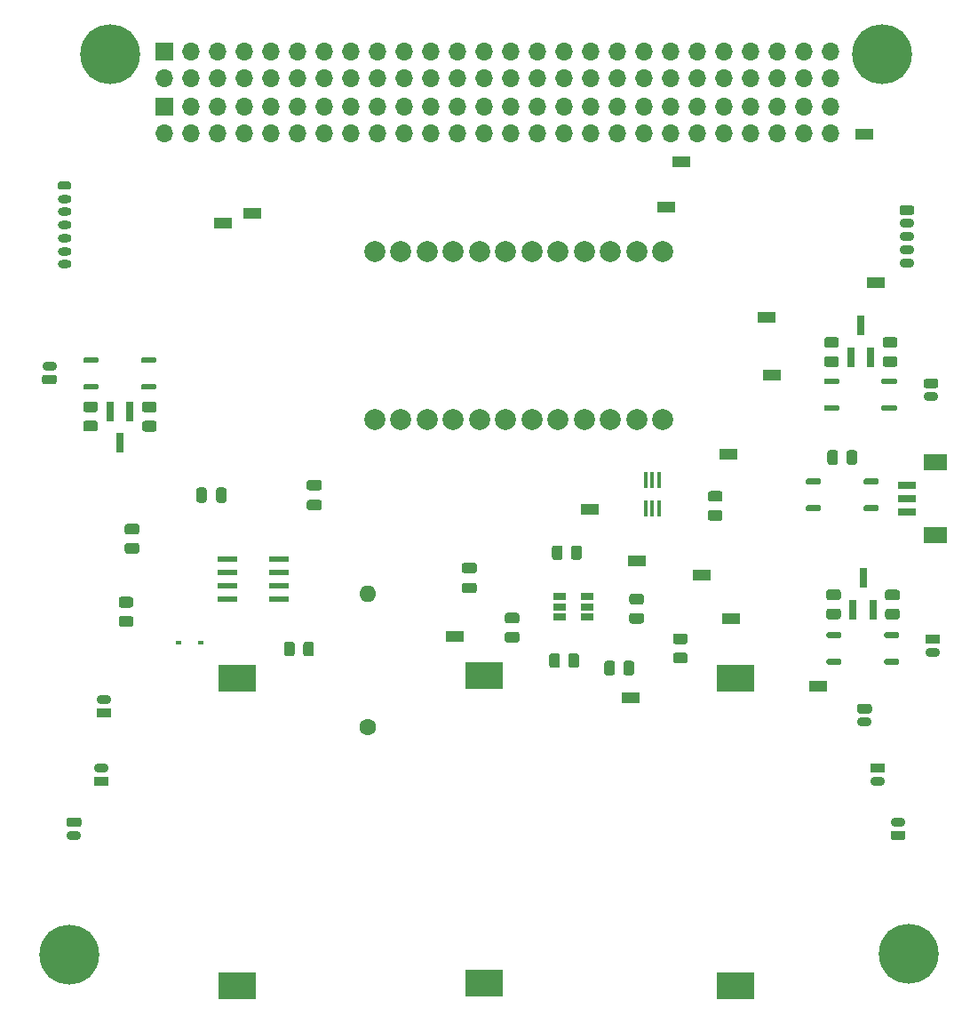
<source format=gbr>
%TF.GenerationSoftware,KiCad,Pcbnew,(5.1.12)-1*%
%TF.CreationDate,2022-07-05T07:26:00-06:00*%
%TF.ProjectId,RADSAT-SK Timer 2,52414453-4154-42d5-934b-2054696d6572,rev?*%
%TF.SameCoordinates,PX7735940PY2faf080*%
%TF.FileFunction,Soldermask,Top*%
%TF.FilePolarity,Negative*%
%FSLAX46Y46*%
G04 Gerber Fmt 4.6, Leading zero omitted, Abs format (unit mm)*
G04 Created by KiCad (PCBNEW (5.1.12)-1) date 2022-07-05 07:26:00*
%MOMM*%
%LPD*%
G01*
G04 APERTURE LIST*
%ADD10O,1.600000X1.600000*%
%ADD11C,1.600000*%
%ADD12C,2.000000*%
%ADD13R,1.800000X1.000000*%
%ADD14O,1.400000X0.900000*%
%ADD15R,1.220000X0.650000*%
%ADD16R,1.981200X0.533400*%
%ADD17R,0.600000X0.450000*%
%ADD18R,3.600000X2.600000*%
%ADD19O,1.700000X1.700000*%
%ADD20R,1.700000X1.700000*%
%ADD21R,0.800000X1.900000*%
%ADD22C,5.700000*%
%ADD23C,3.600000*%
%ADD24R,0.400000X1.500000*%
%ADD25O,1.300000X0.800000*%
%ADD26R,1.400000X0.900000*%
%ADD27R,1.800000X0.700000*%
%ADD28R,2.200000X1.600000*%
G04 APERTURE END LIST*
D10*
%TO.C,R111*%
X-56680000Y-56490000D03*
D11*
X-56680000Y-69190000D03*
%TD*%
D12*
%TO.C,U102*%
X-41040000Y-39850000D03*
X-38540000Y-39850000D03*
X-36040000Y-39850000D03*
X-56040000Y-39850000D03*
X-33540000Y-39850000D03*
X-31040000Y-39850000D03*
X-53540000Y-39850000D03*
X-46040000Y-39850000D03*
X-51040000Y-39850000D03*
X-48540000Y-39850000D03*
X-43540000Y-39850000D03*
X-28540000Y-39850000D03*
X-28540000Y-23850000D03*
X-31040000Y-23850000D03*
X-33540000Y-23850000D03*
X-36040000Y-23850000D03*
X-38540000Y-23850000D03*
X-41040000Y-23850000D03*
X-43540000Y-23850000D03*
X-46040000Y-23850000D03*
X-48540000Y-23850000D03*
X-51040000Y-23850000D03*
X-53540000Y-23850000D03*
X-56040000Y-23850000D03*
%TD*%
D13*
%TO.C,TP116*%
X-18710000Y-30140000D03*
%TD*%
%TO.C,TP115*%
X-31050000Y-53330000D03*
%TD*%
%TO.C,TP114*%
X-22050000Y-58790000D03*
%TD*%
%TO.C,TP113*%
X-31610000Y-66400000D03*
%TD*%
%TO.C,TP112*%
X-48410000Y-60540000D03*
%TD*%
%TO.C,TP111*%
X-22290000Y-43180000D03*
%TD*%
%TO.C,TP110*%
X-70500000Y-21120000D03*
%TD*%
%TO.C,TP109*%
X-18140000Y-35590000D03*
%TD*%
%TO.C,TP108*%
X-67720000Y-20190000D03*
%TD*%
%TO.C,TP107*%
X-8300000Y-26800000D03*
%TD*%
%TO.C,TP106*%
X-28230000Y-19660000D03*
%TD*%
%TO.C,TP105*%
X-9350000Y-12670000D03*
%TD*%
%TO.C,TP104*%
X-26770000Y-15310000D03*
%TD*%
%TO.C,TP103*%
X-13770000Y-65230000D03*
%TD*%
%TO.C,TP102*%
X-24870000Y-54640000D03*
%TD*%
%TO.C,TP101*%
X-35490000Y-48450000D03*
%TD*%
D14*
%TO.C,J202*%
X-5310000Y-24920000D03*
X-5310000Y-23670000D03*
X-5310000Y-22420000D03*
X-5310000Y-21170000D03*
G36*
G01*
X-5785000Y-19470000D02*
X-4835000Y-19470000D01*
G75*
G02*
X-4610000Y-19695000I0J-225000D01*
G01*
X-4610000Y-20145000D01*
G75*
G02*
X-4835000Y-20370000I-225000J0D01*
G01*
X-5785000Y-20370000D01*
G75*
G02*
X-6010000Y-20145000I0J225000D01*
G01*
X-6010000Y-19695000D01*
G75*
G02*
X-5785000Y-19470000I225000J0D01*
G01*
G37*
%TD*%
D15*
%TO.C,U202*%
X-35810000Y-56740000D03*
X-35810000Y-57690000D03*
X-35810000Y-58640000D03*
X-38430000Y-58640000D03*
X-38430000Y-57690000D03*
X-38430000Y-56740000D03*
%TD*%
D16*
%TO.C,U101*%
X-65126200Y-53175000D03*
X-65126200Y-54445000D03*
X-65126200Y-55715000D03*
X-65126200Y-56985000D03*
X-70053800Y-56985000D03*
X-70053800Y-55715000D03*
X-70053800Y-54445000D03*
X-70053800Y-53175000D03*
%TD*%
%TO.C,R110*%
G36*
G01*
X-23119998Y-47690000D02*
X-24020002Y-47690000D01*
G75*
G02*
X-24270000Y-47440002I0J249998D01*
G01*
X-24270000Y-46914998D01*
G75*
G02*
X-24020002Y-46665000I249998J0D01*
G01*
X-23119998Y-46665000D01*
G75*
G02*
X-22870000Y-46914998I0J-249998D01*
G01*
X-22870000Y-47440002D01*
G75*
G02*
X-23119998Y-47690000I-249998J0D01*
G01*
G37*
G36*
G01*
X-23119998Y-49515000D02*
X-24020002Y-49515000D01*
G75*
G02*
X-24270000Y-49265002I0J249998D01*
G01*
X-24270000Y-48739998D01*
G75*
G02*
X-24020002Y-48490000I249998J0D01*
G01*
X-23119998Y-48490000D01*
G75*
G02*
X-22870000Y-48739998I0J-249998D01*
G01*
X-22870000Y-49265002D01*
G75*
G02*
X-23119998Y-49515000I-249998J0D01*
G01*
G37*
%TD*%
%TO.C,R109*%
G36*
G01*
X-27350002Y-62058000D02*
X-26449998Y-62058000D01*
G75*
G02*
X-26200000Y-62307998I0J-249998D01*
G01*
X-26200000Y-62833002D01*
G75*
G02*
X-26449998Y-63083000I-249998J0D01*
G01*
X-27350002Y-63083000D01*
G75*
G02*
X-27600000Y-62833002I0J249998D01*
G01*
X-27600000Y-62307998D01*
G75*
G02*
X-27350002Y-62058000I249998J0D01*
G01*
G37*
G36*
G01*
X-27350002Y-60233000D02*
X-26449998Y-60233000D01*
G75*
G02*
X-26200000Y-60482998I0J-249998D01*
G01*
X-26200000Y-61008002D01*
G75*
G02*
X-26449998Y-61258000I-249998J0D01*
G01*
X-27350002Y-61258000D01*
G75*
G02*
X-27600000Y-61008002I0J249998D01*
G01*
X-27600000Y-60482998D01*
G75*
G02*
X-27350002Y-60233000I249998J0D01*
G01*
G37*
%TD*%
%TO.C,R108*%
G36*
G01*
X-32322500Y-63980002D02*
X-32322500Y-63079998D01*
G75*
G02*
X-32072502Y-62830000I249998J0D01*
G01*
X-31547498Y-62830000D01*
G75*
G02*
X-31297500Y-63079998I0J-249998D01*
G01*
X-31297500Y-63980002D01*
G75*
G02*
X-31547498Y-64230000I-249998J0D01*
G01*
X-32072502Y-64230000D01*
G75*
G02*
X-32322500Y-63980002I0J249998D01*
G01*
G37*
G36*
G01*
X-34147500Y-63980002D02*
X-34147500Y-63079998D01*
G75*
G02*
X-33897502Y-62830000I249998J0D01*
G01*
X-33372498Y-62830000D01*
G75*
G02*
X-33122500Y-63079998I0J-249998D01*
G01*
X-33122500Y-63980002D01*
G75*
G02*
X-33372498Y-64230000I-249998J0D01*
G01*
X-33897502Y-64230000D01*
G75*
G02*
X-34147500Y-63980002I0J249998D01*
G01*
G37*
%TD*%
%TO.C,R107*%
G36*
G01*
X-62840000Y-62170002D02*
X-62840000Y-61269998D01*
G75*
G02*
X-62590002Y-61020000I249998J0D01*
G01*
X-62064998Y-61020000D01*
G75*
G02*
X-61815000Y-61269998I0J-249998D01*
G01*
X-61815000Y-62170002D01*
G75*
G02*
X-62064998Y-62420000I-249998J0D01*
G01*
X-62590002Y-62420000D01*
G75*
G02*
X-62840000Y-62170002I0J249998D01*
G01*
G37*
G36*
G01*
X-64665000Y-62170002D02*
X-64665000Y-61269998D01*
G75*
G02*
X-64415002Y-61020000I249998J0D01*
G01*
X-63889998Y-61020000D01*
G75*
G02*
X-63640000Y-61269998I0J-249998D01*
G01*
X-63640000Y-62170002D01*
G75*
G02*
X-63889998Y-62420000I-249998J0D01*
G01*
X-64415002Y-62420000D01*
G75*
G02*
X-64665000Y-62170002I0J249998D01*
G01*
G37*
%TD*%
%TO.C,R106*%
G36*
G01*
X-38110000Y-52089998D02*
X-38110000Y-52990002D01*
G75*
G02*
X-38359998Y-53240000I-249998J0D01*
G01*
X-38885002Y-53240000D01*
G75*
G02*
X-39135000Y-52990002I0J249998D01*
G01*
X-39135000Y-52089998D01*
G75*
G02*
X-38885002Y-51840000I249998J0D01*
G01*
X-38359998Y-51840000D01*
G75*
G02*
X-38110000Y-52089998I0J-249998D01*
G01*
G37*
G36*
G01*
X-36285000Y-52089998D02*
X-36285000Y-52990002D01*
G75*
G02*
X-36534998Y-53240000I-249998J0D01*
G01*
X-37060002Y-53240000D01*
G75*
G02*
X-37310000Y-52990002I0J249998D01*
G01*
X-37310000Y-52089998D01*
G75*
G02*
X-37060002Y-51840000I249998J0D01*
G01*
X-36534998Y-51840000D01*
G75*
G02*
X-36285000Y-52089998I0J-249998D01*
G01*
G37*
%TD*%
%TO.C,R105*%
G36*
G01*
X-38370000Y-62369998D02*
X-38370000Y-63270002D01*
G75*
G02*
X-38619998Y-63520000I-249998J0D01*
G01*
X-39145002Y-63520000D01*
G75*
G02*
X-39395000Y-63270002I0J249998D01*
G01*
X-39395000Y-62369998D01*
G75*
G02*
X-39145002Y-62120000I249998J0D01*
G01*
X-38619998Y-62120000D01*
G75*
G02*
X-38370000Y-62369998I0J-249998D01*
G01*
G37*
G36*
G01*
X-36545000Y-62369998D02*
X-36545000Y-63270002D01*
G75*
G02*
X-36794998Y-63520000I-249998J0D01*
G01*
X-37320002Y-63520000D01*
G75*
G02*
X-37570000Y-63270002I0J249998D01*
G01*
X-37570000Y-62369998D01*
G75*
G02*
X-37320002Y-62120000I249998J0D01*
G01*
X-36794998Y-62120000D01*
G75*
G02*
X-36545000Y-62369998I0J-249998D01*
G01*
G37*
%TD*%
%TO.C,R104*%
G36*
G01*
X-80180002Y-58570000D02*
X-79279998Y-58570000D01*
G75*
G02*
X-79030000Y-58819998I0J-249998D01*
G01*
X-79030000Y-59345002D01*
G75*
G02*
X-79279998Y-59595000I-249998J0D01*
G01*
X-80180002Y-59595000D01*
G75*
G02*
X-80430000Y-59345002I0J249998D01*
G01*
X-80430000Y-58819998D01*
G75*
G02*
X-80180002Y-58570000I249998J0D01*
G01*
G37*
G36*
G01*
X-80180002Y-56745000D02*
X-79279998Y-56745000D01*
G75*
G02*
X-79030000Y-56994998I0J-249998D01*
G01*
X-79030000Y-57520002D01*
G75*
G02*
X-79279998Y-57770000I-249998J0D01*
G01*
X-80180002Y-57770000D01*
G75*
G02*
X-80430000Y-57520002I0J249998D01*
G01*
X-80430000Y-56994998D01*
G75*
G02*
X-80180002Y-56745000I249998J0D01*
G01*
G37*
%TD*%
%TO.C,R103*%
G36*
G01*
X-79610002Y-51610000D02*
X-78709998Y-51610000D01*
G75*
G02*
X-78460000Y-51859998I0J-249998D01*
G01*
X-78460000Y-52385002D01*
G75*
G02*
X-78709998Y-52635000I-249998J0D01*
G01*
X-79610002Y-52635000D01*
G75*
G02*
X-79860000Y-52385002I0J249998D01*
G01*
X-79860000Y-51859998D01*
G75*
G02*
X-79610002Y-51610000I249998J0D01*
G01*
G37*
G36*
G01*
X-79610002Y-49785000D02*
X-78709998Y-49785000D01*
G75*
G02*
X-78460000Y-50034998I0J-249998D01*
G01*
X-78460000Y-50560002D01*
G75*
G02*
X-78709998Y-50810000I-249998J0D01*
G01*
X-79610002Y-50810000D01*
G75*
G02*
X-79860000Y-50560002I0J249998D01*
G01*
X-79860000Y-50034998D01*
G75*
G02*
X-79610002Y-49785000I249998J0D01*
G01*
G37*
%TD*%
%TO.C,R102*%
G36*
G01*
X-42479998Y-59278000D02*
X-43380002Y-59278000D01*
G75*
G02*
X-43630000Y-59028002I0J249998D01*
G01*
X-43630000Y-58502998D01*
G75*
G02*
X-43380002Y-58253000I249998J0D01*
G01*
X-42479998Y-58253000D01*
G75*
G02*
X-42230000Y-58502998I0J-249998D01*
G01*
X-42230000Y-59028002D01*
G75*
G02*
X-42479998Y-59278000I-249998J0D01*
G01*
G37*
G36*
G01*
X-42479998Y-61103000D02*
X-43380002Y-61103000D01*
G75*
G02*
X-43630000Y-60853002I0J249998D01*
G01*
X-43630000Y-60327998D01*
G75*
G02*
X-43380002Y-60078000I249998J0D01*
G01*
X-42479998Y-60078000D01*
G75*
G02*
X-42230000Y-60327998I0J-249998D01*
G01*
X-42230000Y-60853002D01*
G75*
G02*
X-42479998Y-61103000I-249998J0D01*
G01*
G37*
%TD*%
%TO.C,R101*%
G36*
G01*
X-30609998Y-57480000D02*
X-31510002Y-57480000D01*
G75*
G02*
X-31760000Y-57230002I0J249998D01*
G01*
X-31760000Y-56704998D01*
G75*
G02*
X-31510002Y-56455000I249998J0D01*
G01*
X-30609998Y-56455000D01*
G75*
G02*
X-30360000Y-56704998I0J-249998D01*
G01*
X-30360000Y-57230002D01*
G75*
G02*
X-30609998Y-57480000I-249998J0D01*
G01*
G37*
G36*
G01*
X-30609998Y-59305000D02*
X-31510002Y-59305000D01*
G75*
G02*
X-31760000Y-59055002I0J249998D01*
G01*
X-31760000Y-58529998D01*
G75*
G02*
X-31510002Y-58280000I249998J0D01*
G01*
X-30609998Y-58280000D01*
G75*
G02*
X-30360000Y-58529998I0J-249998D01*
G01*
X-30360000Y-59055002D01*
G75*
G02*
X-30609998Y-59305000I-249998J0D01*
G01*
G37*
%TD*%
D17*
%TO.C,D102*%
X-74700000Y-61150000D03*
X-72600000Y-61150000D03*
%TD*%
%TO.C,C103*%
G36*
G01*
X-71130000Y-47535000D02*
X-71130000Y-46585000D01*
G75*
G02*
X-70880000Y-46335000I250000J0D01*
G01*
X-70380000Y-46335000D01*
G75*
G02*
X-70130000Y-46585000I0J-250000D01*
G01*
X-70130000Y-47535000D01*
G75*
G02*
X-70380000Y-47785000I-250000J0D01*
G01*
X-70880000Y-47785000D01*
G75*
G02*
X-71130000Y-47535000I0J250000D01*
G01*
G37*
G36*
G01*
X-73030000Y-47535000D02*
X-73030000Y-46585000D01*
G75*
G02*
X-72780000Y-46335000I250000J0D01*
G01*
X-72280000Y-46335000D01*
G75*
G02*
X-72030000Y-46585000I0J-250000D01*
G01*
X-72030000Y-47535000D01*
G75*
G02*
X-72280000Y-47785000I-250000J0D01*
G01*
X-72780000Y-47785000D01*
G75*
G02*
X-73030000Y-47535000I0J250000D01*
G01*
G37*
%TD*%
%TO.C,C102*%
G36*
G01*
X-62265000Y-47510000D02*
X-61315000Y-47510000D01*
G75*
G02*
X-61065000Y-47760000I0J-250000D01*
G01*
X-61065000Y-48260000D01*
G75*
G02*
X-61315000Y-48510000I-250000J0D01*
G01*
X-62265000Y-48510000D01*
G75*
G02*
X-62515000Y-48260000I0J250000D01*
G01*
X-62515000Y-47760000D01*
G75*
G02*
X-62265000Y-47510000I250000J0D01*
G01*
G37*
G36*
G01*
X-62265000Y-45610000D02*
X-61315000Y-45610000D01*
G75*
G02*
X-61065000Y-45860000I0J-250000D01*
G01*
X-61065000Y-46360000D01*
G75*
G02*
X-61315000Y-46610000I-250000J0D01*
G01*
X-62265000Y-46610000D01*
G75*
G02*
X-62515000Y-46360000I0J250000D01*
G01*
X-62515000Y-45860000D01*
G75*
G02*
X-62265000Y-45610000I250000J0D01*
G01*
G37*
%TD*%
%TO.C,C101*%
G36*
G01*
X-47485000Y-55400000D02*
X-46535000Y-55400000D01*
G75*
G02*
X-46285000Y-55650000I0J-250000D01*
G01*
X-46285000Y-56150000D01*
G75*
G02*
X-46535000Y-56400000I-250000J0D01*
G01*
X-47485000Y-56400000D01*
G75*
G02*
X-47735000Y-56150000I0J250000D01*
G01*
X-47735000Y-55650000D01*
G75*
G02*
X-47485000Y-55400000I250000J0D01*
G01*
G37*
G36*
G01*
X-47485000Y-53500000D02*
X-46535000Y-53500000D01*
G75*
G02*
X-46285000Y-53750000I0J-250000D01*
G01*
X-46285000Y-54250000D01*
G75*
G02*
X-46535000Y-54500000I-250000J0D01*
G01*
X-47485000Y-54500000D01*
G75*
G02*
X-47735000Y-54250000I0J250000D01*
G01*
X-47735000Y-53750000D01*
G75*
G02*
X-47485000Y-53500000I250000J0D01*
G01*
G37*
%TD*%
D18*
%TO.C,BT203*%
X-21630000Y-64510000D03*
X-21630000Y-93810000D03*
%TD*%
D19*
%TO.C,J207*%
X-12620000Y-7350000D03*
X-12620000Y-4810000D03*
X-15160000Y-7350000D03*
X-15160000Y-4810000D03*
X-17700000Y-7350000D03*
X-17700000Y-4810000D03*
X-20240000Y-7350000D03*
X-20240000Y-4810000D03*
X-22780000Y-7350000D03*
X-22780000Y-4810000D03*
X-25320000Y-7350000D03*
X-25320000Y-4810000D03*
X-27860000Y-7350000D03*
X-27860000Y-4810000D03*
X-30400000Y-7350000D03*
X-30400000Y-4810000D03*
X-32940000Y-7350000D03*
X-32940000Y-4810000D03*
X-35480000Y-7350000D03*
X-35480000Y-4810000D03*
X-38020000Y-7350000D03*
X-38020000Y-4810000D03*
X-40560000Y-7350000D03*
X-40560000Y-4810000D03*
X-43100000Y-7350000D03*
X-43100000Y-4810000D03*
X-45640000Y-7350000D03*
X-45640000Y-4810000D03*
X-48180000Y-7350000D03*
X-48180000Y-4810000D03*
X-50720000Y-7350000D03*
X-50720000Y-4810000D03*
X-53260000Y-7350000D03*
X-53260000Y-4810000D03*
X-55800000Y-7350000D03*
X-55800000Y-4810000D03*
X-58340000Y-7350000D03*
X-58340000Y-4810000D03*
X-60880000Y-7350000D03*
X-60880000Y-4810000D03*
X-63420000Y-7350000D03*
X-63420000Y-4810000D03*
X-65960000Y-7350000D03*
X-65960000Y-4810000D03*
X-68500000Y-7350000D03*
X-68500000Y-4810000D03*
X-71040000Y-7350000D03*
X-71040000Y-4810000D03*
X-73580000Y-7350000D03*
X-73580000Y-4810000D03*
X-76120000Y-7350000D03*
D20*
X-76120000Y-4810000D03*
%TD*%
%TO.C,R215*%
G36*
G01*
X-77060798Y-39182100D02*
X-77960802Y-39182100D01*
G75*
G02*
X-78210800Y-38932102I0J249998D01*
G01*
X-78210800Y-38407098D01*
G75*
G02*
X-77960802Y-38157100I249998J0D01*
G01*
X-77060798Y-38157100D01*
G75*
G02*
X-76810800Y-38407098I0J-249998D01*
G01*
X-76810800Y-38932102D01*
G75*
G02*
X-77060798Y-39182100I-249998J0D01*
G01*
G37*
G36*
G01*
X-77060798Y-41007100D02*
X-77960802Y-41007100D01*
G75*
G02*
X-78210800Y-40757102I0J249998D01*
G01*
X-78210800Y-40232098D01*
G75*
G02*
X-77960802Y-39982100I249998J0D01*
G01*
X-77060798Y-39982100D01*
G75*
G02*
X-76810800Y-40232098I0J-249998D01*
G01*
X-76810800Y-40757102D01*
G75*
G02*
X-77060798Y-41007100I-249998J0D01*
G01*
G37*
%TD*%
D21*
%TO.C,Q206*%
X-80322600Y-42077800D03*
X-81272600Y-39077800D03*
X-79372600Y-39077800D03*
%TD*%
%TO.C,Q204*%
X-9479000Y-54966000D03*
X-8529000Y-57966000D03*
X-10429000Y-57966000D03*
%TD*%
%TO.C,R210*%
G36*
G01*
X-11862000Y-43021998D02*
X-11862000Y-43922002D01*
G75*
G02*
X-12111998Y-44172000I-249998J0D01*
G01*
X-12637002Y-44172000D01*
G75*
G02*
X-12887000Y-43922002I0J249998D01*
G01*
X-12887000Y-43021998D01*
G75*
G02*
X-12637002Y-42772000I249998J0D01*
G01*
X-12111998Y-42772000D01*
G75*
G02*
X-11862000Y-43021998I0J-249998D01*
G01*
G37*
G36*
G01*
X-10037000Y-43021998D02*
X-10037000Y-43922002D01*
G75*
G02*
X-10286998Y-44172000I-249998J0D01*
G01*
X-10812002Y-44172000D01*
G75*
G02*
X-11062000Y-43922002I0J249998D01*
G01*
X-11062000Y-43021998D01*
G75*
G02*
X-10812002Y-42772000I249998J0D01*
G01*
X-10286998Y-42772000D01*
G75*
G02*
X-10037000Y-43021998I0J-249998D01*
G01*
G37*
%TD*%
D19*
%TO.C,J208*%
X-12620000Y-12620000D03*
X-12620000Y-10080000D03*
X-15160000Y-12620000D03*
X-15160000Y-10080000D03*
X-17700000Y-12620000D03*
X-17700000Y-10080000D03*
X-20240000Y-12620000D03*
X-20240000Y-10080000D03*
X-22780000Y-12620000D03*
X-22780000Y-10080000D03*
X-25320000Y-12620000D03*
X-25320000Y-10080000D03*
X-27860000Y-12620000D03*
X-27860000Y-10080000D03*
X-30400000Y-12620000D03*
X-30400000Y-10080000D03*
X-32940000Y-12620000D03*
X-32940000Y-10080000D03*
X-35480000Y-12620000D03*
X-35480000Y-10080000D03*
X-38020000Y-12620000D03*
X-38020000Y-10080000D03*
X-40560000Y-12620000D03*
X-40560000Y-10080000D03*
X-43100000Y-12620000D03*
X-43100000Y-10080000D03*
X-45640000Y-12620000D03*
X-45640000Y-10080000D03*
X-48180000Y-12620000D03*
X-48180000Y-10080000D03*
X-50720000Y-12620000D03*
X-50720000Y-10080000D03*
X-53260000Y-12620000D03*
X-53260000Y-10080000D03*
X-55800000Y-12620000D03*
X-55800000Y-10080000D03*
X-58340000Y-12620000D03*
X-58340000Y-10080000D03*
X-60880000Y-12620000D03*
X-60880000Y-10080000D03*
X-63420000Y-12620000D03*
X-63420000Y-10080000D03*
X-65960000Y-12620000D03*
X-65960000Y-10080000D03*
X-68500000Y-12620000D03*
X-68500000Y-10080000D03*
X-71040000Y-12620000D03*
X-71040000Y-10080000D03*
X-73580000Y-12620000D03*
X-73580000Y-10080000D03*
X-76120000Y-12620000D03*
D20*
X-76120000Y-10080000D03*
%TD*%
D22*
%TO.C,H102*%
X-7650000Y-5070000D03*
D23*
X-7650000Y-5070000D03*
%TD*%
D24*
%TO.C,D204*%
X-30230000Y-45630000D03*
X-29580000Y-45630000D03*
X-28930000Y-45630000D03*
X-28930000Y-48290000D03*
X-29580000Y-48290000D03*
X-30230000Y-48290000D03*
%TD*%
%TO.C,R211*%
G36*
G01*
X-12740002Y-57864000D02*
X-11839998Y-57864000D01*
G75*
G02*
X-11590000Y-58113998I0J-249998D01*
G01*
X-11590000Y-58639002D01*
G75*
G02*
X-11839998Y-58889000I-249998J0D01*
G01*
X-12740002Y-58889000D01*
G75*
G02*
X-12990000Y-58639002I0J249998D01*
G01*
X-12990000Y-58113998D01*
G75*
G02*
X-12740002Y-57864000I249998J0D01*
G01*
G37*
G36*
G01*
X-12740002Y-56039000D02*
X-11839998Y-56039000D01*
G75*
G02*
X-11590000Y-56288998I0J-249998D01*
G01*
X-11590000Y-56814002D01*
G75*
G02*
X-11839998Y-57064000I-249998J0D01*
G01*
X-12740002Y-57064000D01*
G75*
G02*
X-12990000Y-56814002I0J249998D01*
G01*
X-12990000Y-56288998D01*
G75*
G02*
X-12740002Y-56039000I249998J0D01*
G01*
G37*
%TD*%
%TO.C,R214*%
G36*
G01*
X-6456998Y-33028200D02*
X-7357002Y-33028200D01*
G75*
G02*
X-7607000Y-32778202I0J249998D01*
G01*
X-7607000Y-32253198D01*
G75*
G02*
X-7357002Y-32003200I249998J0D01*
G01*
X-6456998Y-32003200D01*
G75*
G02*
X-6207000Y-32253198I0J-249998D01*
G01*
X-6207000Y-32778202D01*
G75*
G02*
X-6456998Y-33028200I-249998J0D01*
G01*
G37*
G36*
G01*
X-6456998Y-34853200D02*
X-7357002Y-34853200D01*
G75*
G02*
X-7607000Y-34603202I0J249998D01*
G01*
X-7607000Y-34078198D01*
G75*
G02*
X-7357002Y-33828200I249998J0D01*
G01*
X-6456998Y-33828200D01*
G75*
G02*
X-6207000Y-34078198I0J-249998D01*
G01*
X-6207000Y-34603202D01*
G75*
G02*
X-6456998Y-34853200I-249998J0D01*
G01*
G37*
%TD*%
%TO.C,U260*%
G36*
G01*
X-82350100Y-36610000D02*
X-82350100Y-36885000D01*
G75*
G02*
X-82487600Y-37022500I-137500J0D01*
G01*
X-83662600Y-37022500D01*
G75*
G02*
X-83800100Y-36885000I0J137500D01*
G01*
X-83800100Y-36610000D01*
G75*
G02*
X-83662600Y-36472500I137500J0D01*
G01*
X-82487600Y-36472500D01*
G75*
G02*
X-82350100Y-36610000I0J-137500D01*
G01*
G37*
G36*
G01*
X-82350100Y-34070000D02*
X-82350100Y-34345000D01*
G75*
G02*
X-82487600Y-34482500I-137500J0D01*
G01*
X-83662600Y-34482500D01*
G75*
G02*
X-83800100Y-34345000I0J137500D01*
G01*
X-83800100Y-34070000D01*
G75*
G02*
X-83662600Y-33932500I137500J0D01*
G01*
X-82487600Y-33932500D01*
G75*
G02*
X-82350100Y-34070000I0J-137500D01*
G01*
G37*
G36*
G01*
X-76850100Y-34070000D02*
X-76850100Y-34345000D01*
G75*
G02*
X-76987600Y-34482500I-137500J0D01*
G01*
X-78162600Y-34482500D01*
G75*
G02*
X-78300100Y-34345000I0J137500D01*
G01*
X-78300100Y-34070000D01*
G75*
G02*
X-78162600Y-33932500I137500J0D01*
G01*
X-76987600Y-33932500D01*
G75*
G02*
X-76850100Y-34070000I0J-137500D01*
G01*
G37*
G36*
G01*
X-76850100Y-36610000D02*
X-76850100Y-36885000D01*
G75*
G02*
X-76987600Y-37022500I-137500J0D01*
G01*
X-78162600Y-37022500D01*
G75*
G02*
X-78300100Y-36885000I0J137500D01*
G01*
X-78300100Y-36610000D01*
G75*
G02*
X-78162600Y-36472500I137500J0D01*
G01*
X-76987600Y-36472500D01*
G75*
G02*
X-76850100Y-36610000I0J-137500D01*
G01*
G37*
%TD*%
%TO.C,U240*%
G36*
G01*
X-7471000Y-60519500D02*
X-7471000Y-60244500D01*
G75*
G02*
X-7333500Y-60107000I137500J0D01*
G01*
X-6158500Y-60107000D01*
G75*
G02*
X-6021000Y-60244500I0J-137500D01*
G01*
X-6021000Y-60519500D01*
G75*
G02*
X-6158500Y-60657000I-137500J0D01*
G01*
X-7333500Y-60657000D01*
G75*
G02*
X-7471000Y-60519500I0J137500D01*
G01*
G37*
G36*
G01*
X-7471000Y-63059500D02*
X-7471000Y-62784500D01*
G75*
G02*
X-7333500Y-62647000I137500J0D01*
G01*
X-6158500Y-62647000D01*
G75*
G02*
X-6021000Y-62784500I0J-137500D01*
G01*
X-6021000Y-63059500D01*
G75*
G02*
X-6158500Y-63197000I-137500J0D01*
G01*
X-7333500Y-63197000D01*
G75*
G02*
X-7471000Y-63059500I0J137500D01*
G01*
G37*
G36*
G01*
X-12971000Y-63059500D02*
X-12971000Y-62784500D01*
G75*
G02*
X-12833500Y-62647000I137500J0D01*
G01*
X-11658500Y-62647000D01*
G75*
G02*
X-11521000Y-62784500I0J-137500D01*
G01*
X-11521000Y-63059500D01*
G75*
G02*
X-11658500Y-63197000I-137500J0D01*
G01*
X-12833500Y-63197000D01*
G75*
G02*
X-12971000Y-63059500I0J137500D01*
G01*
G37*
G36*
G01*
X-12971000Y-60519500D02*
X-12971000Y-60244500D01*
G75*
G02*
X-12833500Y-60107000I137500J0D01*
G01*
X-11658500Y-60107000D01*
G75*
G02*
X-11521000Y-60244500I0J-137500D01*
G01*
X-11521000Y-60519500D01*
G75*
G02*
X-11658500Y-60657000I-137500J0D01*
G01*
X-12833500Y-60657000D01*
G75*
G02*
X-12971000Y-60519500I0J137500D01*
G01*
G37*
%TD*%
%TO.C,R213*%
G36*
G01*
X-12938002Y-33838300D02*
X-12037998Y-33838300D01*
G75*
G02*
X-11788000Y-34088298I0J-249998D01*
G01*
X-11788000Y-34613302D01*
G75*
G02*
X-12037998Y-34863300I-249998J0D01*
G01*
X-12938002Y-34863300D01*
G75*
G02*
X-13188000Y-34613302I0J249998D01*
G01*
X-13188000Y-34088298D01*
G75*
G02*
X-12938002Y-33838300I249998J0D01*
G01*
G37*
G36*
G01*
X-12938002Y-32013300D02*
X-12037998Y-32013300D01*
G75*
G02*
X-11788000Y-32263298I0J-249998D01*
G01*
X-11788000Y-32788302D01*
G75*
G02*
X-12037998Y-33038300I-249998J0D01*
G01*
X-12938002Y-33038300D01*
G75*
G02*
X-13188000Y-32788302I0J249998D01*
G01*
X-13188000Y-32263298D01*
G75*
G02*
X-12938002Y-32013300I249998J0D01*
G01*
G37*
%TD*%
%TO.C,R216*%
G36*
G01*
X-83564002Y-39969400D02*
X-82663998Y-39969400D01*
G75*
G02*
X-82414000Y-40219398I0J-249998D01*
G01*
X-82414000Y-40744402D01*
G75*
G02*
X-82663998Y-40994400I-249998J0D01*
G01*
X-83564002Y-40994400D01*
G75*
G02*
X-83814000Y-40744402I0J249998D01*
G01*
X-83814000Y-40219398D01*
G75*
G02*
X-83564002Y-39969400I249998J0D01*
G01*
G37*
G36*
G01*
X-83564002Y-38144400D02*
X-82663998Y-38144400D01*
G75*
G02*
X-82414000Y-38394398I0J-249998D01*
G01*
X-82414000Y-38919402D01*
G75*
G02*
X-82663998Y-39169400I-249998J0D01*
G01*
X-83564002Y-39169400D01*
G75*
G02*
X-83814000Y-38919402I0J249998D01*
G01*
X-83814000Y-38394398D01*
G75*
G02*
X-83564002Y-38144400I249998J0D01*
G01*
G37*
%TD*%
%TO.C,U250*%
G36*
G01*
X-7712000Y-36354600D02*
X-7712000Y-36079600D01*
G75*
G02*
X-7574500Y-35942100I137500J0D01*
G01*
X-6399500Y-35942100D01*
G75*
G02*
X-6262000Y-36079600I0J-137500D01*
G01*
X-6262000Y-36354600D01*
G75*
G02*
X-6399500Y-36492100I-137500J0D01*
G01*
X-7574500Y-36492100D01*
G75*
G02*
X-7712000Y-36354600I0J137500D01*
G01*
G37*
G36*
G01*
X-7712000Y-38894600D02*
X-7712000Y-38619600D01*
G75*
G02*
X-7574500Y-38482100I137500J0D01*
G01*
X-6399500Y-38482100D01*
G75*
G02*
X-6262000Y-38619600I0J-137500D01*
G01*
X-6262000Y-38894600D01*
G75*
G02*
X-6399500Y-39032100I-137500J0D01*
G01*
X-7574500Y-39032100D01*
G75*
G02*
X-7712000Y-38894600I0J137500D01*
G01*
G37*
G36*
G01*
X-13212000Y-38894600D02*
X-13212000Y-38619600D01*
G75*
G02*
X-13074500Y-38482100I137500J0D01*
G01*
X-11899500Y-38482100D01*
G75*
G02*
X-11762000Y-38619600I0J-137500D01*
G01*
X-11762000Y-38894600D01*
G75*
G02*
X-11899500Y-39032100I-137500J0D01*
G01*
X-13074500Y-39032100D01*
G75*
G02*
X-13212000Y-38894600I0J137500D01*
G01*
G37*
G36*
G01*
X-13212000Y-36354600D02*
X-13212000Y-36079600D01*
G75*
G02*
X-13074500Y-35942100I137500J0D01*
G01*
X-11899500Y-35942100D01*
G75*
G02*
X-11762000Y-36079600I0J-137500D01*
G01*
X-11762000Y-36354600D01*
G75*
G02*
X-11899500Y-36492100I-137500J0D01*
G01*
X-13074500Y-36492100D01*
G75*
G02*
X-13212000Y-36354600I0J137500D01*
G01*
G37*
%TD*%
%TO.C,R212*%
G36*
G01*
X-6223998Y-57084000D02*
X-7124002Y-57084000D01*
G75*
G02*
X-7374000Y-56834002I0J249998D01*
G01*
X-7374000Y-56308998D01*
G75*
G02*
X-7124002Y-56059000I249998J0D01*
G01*
X-6223998Y-56059000D01*
G75*
G02*
X-5974000Y-56308998I0J-249998D01*
G01*
X-5974000Y-56834002D01*
G75*
G02*
X-6223998Y-57084000I-249998J0D01*
G01*
G37*
G36*
G01*
X-6223998Y-58909000D02*
X-7124002Y-58909000D01*
G75*
G02*
X-7374000Y-58659002I0J249998D01*
G01*
X-7374000Y-58133998D01*
G75*
G02*
X-7124002Y-57884000I249998J0D01*
G01*
X-6223998Y-57884000D01*
G75*
G02*
X-5974000Y-58133998I0J-249998D01*
G01*
X-5974000Y-58659002D01*
G75*
G02*
X-6223998Y-58909000I-249998J0D01*
G01*
G37*
%TD*%
D21*
%TO.C,Q205*%
X-9704000Y-30917200D03*
X-8754000Y-33917200D03*
X-10654000Y-33917200D03*
%TD*%
%TO.C,U230*%
G36*
G01*
X-9437000Y-45895500D02*
X-9437000Y-45620500D01*
G75*
G02*
X-9299500Y-45483000I137500J0D01*
G01*
X-8124500Y-45483000D01*
G75*
G02*
X-7987000Y-45620500I0J-137500D01*
G01*
X-7987000Y-45895500D01*
G75*
G02*
X-8124500Y-46033000I-137500J0D01*
G01*
X-9299500Y-46033000D01*
G75*
G02*
X-9437000Y-45895500I0J137500D01*
G01*
G37*
G36*
G01*
X-9437000Y-48435500D02*
X-9437000Y-48160500D01*
G75*
G02*
X-9299500Y-48023000I137500J0D01*
G01*
X-8124500Y-48023000D01*
G75*
G02*
X-7987000Y-48160500I0J-137500D01*
G01*
X-7987000Y-48435500D01*
G75*
G02*
X-8124500Y-48573000I-137500J0D01*
G01*
X-9299500Y-48573000D01*
G75*
G02*
X-9437000Y-48435500I0J137500D01*
G01*
G37*
G36*
G01*
X-14937000Y-48435500D02*
X-14937000Y-48160500D01*
G75*
G02*
X-14799500Y-48023000I137500J0D01*
G01*
X-13624500Y-48023000D01*
G75*
G02*
X-13487000Y-48160500I0J-137500D01*
G01*
X-13487000Y-48435500D01*
G75*
G02*
X-13624500Y-48573000I-137500J0D01*
G01*
X-14799500Y-48573000D01*
G75*
G02*
X-14937000Y-48435500I0J137500D01*
G01*
G37*
G36*
G01*
X-14937000Y-45895500D02*
X-14937000Y-45620500D01*
G75*
G02*
X-14799500Y-45483000I137500J0D01*
G01*
X-13624500Y-45483000D01*
G75*
G02*
X-13487000Y-45620500I0J-137500D01*
G01*
X-13487000Y-45895500D01*
G75*
G02*
X-13624500Y-46033000I-137500J0D01*
G01*
X-14799500Y-46033000D01*
G75*
G02*
X-14937000Y-45895500I0J137500D01*
G01*
G37*
%TD*%
%TO.C,J201*%
G36*
G01*
X-86040000Y-17170000D02*
X-85140000Y-17170000D01*
G75*
G02*
X-84940000Y-17370000I0J-200000D01*
G01*
X-84940000Y-17770000D01*
G75*
G02*
X-85140000Y-17970000I-200000J0D01*
G01*
X-86040000Y-17970000D01*
G75*
G02*
X-86240000Y-17770000I0J200000D01*
G01*
X-86240000Y-17370000D01*
G75*
G02*
X-86040000Y-17170000I200000J0D01*
G01*
G37*
D25*
X-85590000Y-18820000D03*
X-85590000Y-20070000D03*
X-85590000Y-21320000D03*
X-85590000Y-22570000D03*
X-85590000Y-23820000D03*
X-85590000Y-25070000D03*
%TD*%
%TO.C,SW201*%
G36*
G01*
X-9815000Y-66950000D02*
X-8865000Y-66950000D01*
G75*
G02*
X-8640000Y-67175000I0J-225000D01*
G01*
X-8640000Y-67625000D01*
G75*
G02*
X-8865000Y-67850000I-225000J0D01*
G01*
X-9815000Y-67850000D01*
G75*
G02*
X-10040000Y-67625000I0J225000D01*
G01*
X-10040000Y-67175000D01*
G75*
G02*
X-9815000Y-66950000I225000J0D01*
G01*
G37*
D14*
X-9340000Y-68650000D03*
%TD*%
D22*
%TO.C,H103*%
X-5120000Y-90760000D03*
D23*
X-5120000Y-90760000D03*
%TD*%
D14*
%TO.C,SW206*%
X-6140000Y-78220000D03*
G36*
G01*
X-5665000Y-79920000D02*
X-6615000Y-79920000D01*
G75*
G02*
X-6840000Y-79695000I0J225000D01*
G01*
X-6840000Y-79245000D01*
G75*
G02*
X-6615000Y-79020000I225000J0D01*
G01*
X-5665000Y-79020000D01*
G75*
G02*
X-5440000Y-79245000I0J-225000D01*
G01*
X-5440000Y-79695000D01*
G75*
G02*
X-5665000Y-79920000I-225000J0D01*
G01*
G37*
%TD*%
D26*
%TO.C,SW202*%
X-8060000Y-73040000D03*
D14*
X-8060000Y-74290000D03*
%TD*%
D27*
%TO.C,J203*%
X-5292000Y-46150000D03*
X-5292000Y-47400000D03*
X-5292000Y-48650000D03*
D28*
X-2592000Y-50900000D03*
X-2592000Y-43900000D03*
%TD*%
D14*
%TO.C,J205*%
X-2996000Y-37672800D03*
G36*
G01*
X-3471000Y-35972800D02*
X-2521000Y-35972800D01*
G75*
G02*
X-2296000Y-36197800I0J-225000D01*
G01*
X-2296000Y-36647800D01*
G75*
G02*
X-2521000Y-36872800I-225000J0D01*
G01*
X-3471000Y-36872800D01*
G75*
G02*
X-3696000Y-36647800I0J225000D01*
G01*
X-3696000Y-36197800D01*
G75*
G02*
X-3471000Y-35972800I225000J0D01*
G01*
G37*
%TD*%
%TO.C,SW204*%
X-82090000Y-73040000D03*
D26*
X-82090000Y-74290000D03*
%TD*%
D14*
%TO.C,SW203*%
X-81820000Y-66530000D03*
D26*
X-81820000Y-67780000D03*
%TD*%
D18*
%TO.C,BT201*%
X-69130000Y-64510000D03*
X-69130000Y-93810000D03*
%TD*%
D14*
%TO.C,SW205*%
X-84680000Y-79460000D03*
G36*
G01*
X-85155000Y-77760000D02*
X-84205000Y-77760000D01*
G75*
G02*
X-83980000Y-77985000I0J-225000D01*
G01*
X-83980000Y-78435000D01*
G75*
G02*
X-84205000Y-78660000I-225000J0D01*
G01*
X-85155000Y-78660000D01*
G75*
G02*
X-85380000Y-78435000I0J225000D01*
G01*
X-85380000Y-77985000D01*
G75*
G02*
X-85155000Y-77760000I225000J0D01*
G01*
G37*
%TD*%
D18*
%TO.C,BT202*%
X-45610000Y-64280000D03*
X-45610000Y-93580000D03*
%TD*%
D22*
%TO.C,H104*%
X-85120000Y-90860000D03*
D23*
X-85120000Y-90860000D03*
%TD*%
%TO.C,J206*%
G36*
G01*
X-86564700Y-36484900D02*
X-87514700Y-36484900D01*
G75*
G02*
X-87739700Y-36259900I0J225000D01*
G01*
X-87739700Y-35809900D01*
G75*
G02*
X-87514700Y-35584900I225000J0D01*
G01*
X-86564700Y-35584900D01*
G75*
G02*
X-86339700Y-35809900I0J-225000D01*
G01*
X-86339700Y-36259900D01*
G75*
G02*
X-86564700Y-36484900I-225000J0D01*
G01*
G37*
D14*
X-87039700Y-34784900D03*
%TD*%
%TO.C,J204*%
X-2808000Y-62027000D03*
D26*
X-2808000Y-60777000D03*
%TD*%
D22*
%TO.C,H101*%
X-81270000Y-5070000D03*
D23*
X-81270000Y-5070000D03*
%TD*%
M02*

</source>
